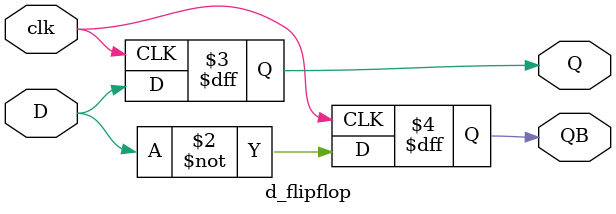
<source format=v>
`timescale 1ns / 1ps

module d_flipflop(clk,D,Q,QB);
input clk,D;
output reg Q, QB;

always @(posedge clk)
begin
Q <= D;
QB <= ~D;
end
endmodule


</source>
